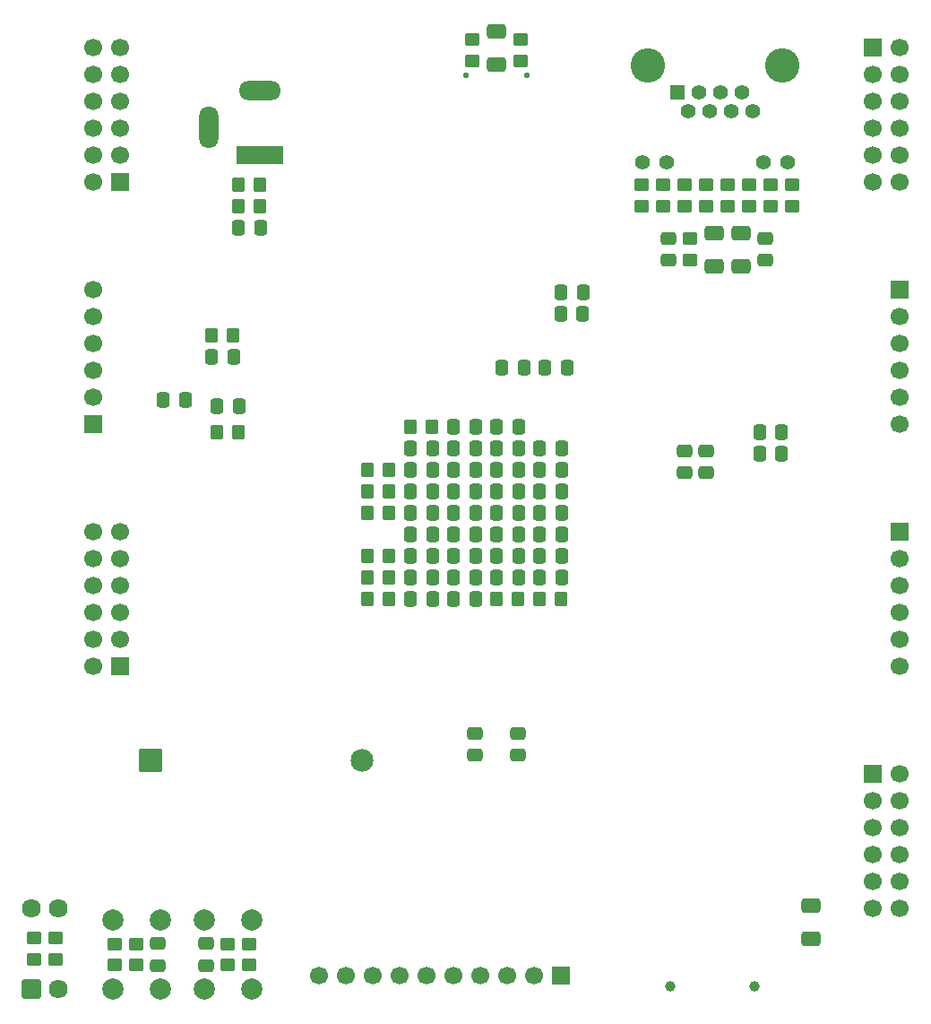
<source format=gbr>
%TF.GenerationSoftware,KiCad,Pcbnew,9.0.6-9.0.6~ubuntu24.04.1*%
%TF.CreationDate,2026-02-01T19:09:28-03:00*%
%TF.ProjectId,nuvoton_nuc980,6e75766f-746f-46e5-9f6e-75633938302e,0.0*%
%TF.SameCoordinates,Original*%
%TF.FileFunction,Soldermask,Bot*%
%TF.FilePolarity,Negative*%
%FSLAX46Y46*%
G04 Gerber Fmt 4.6, Leading zero omitted, Abs format (unit mm)*
G04 Created by KiCad (PCBNEW 9.0.6-9.0.6~ubuntu24.04.1) date 2026-02-01 19:09:28*
%MOMM*%
%LPD*%
G01*
G04 APERTURE LIST*
G04 Aperture macros list*
%AMRoundRect*
0 Rectangle with rounded corners*
0 $1 Rounding radius*
0 $2 $3 $4 $5 $6 $7 $8 $9 X,Y pos of 4 corners*
0 Add a 4 corners polygon primitive as box body*
4,1,4,$2,$3,$4,$5,$6,$7,$8,$9,$2,$3,0*
0 Add four circle primitives for the rounded corners*
1,1,$1+$1,$2,$3*
1,1,$1+$1,$4,$5*
1,1,$1+$1,$6,$7*
1,1,$1+$1,$8,$9*
0 Add four rect primitives between the rounded corners*
20,1,$1+$1,$2,$3,$4,$5,0*
20,1,$1+$1,$4,$5,$6,$7,0*
20,1,$1+$1,$6,$7,$8,$9,0*
20,1,$1+$1,$8,$9,$2,$3,0*%
G04 Aperture macros list end*
%ADD10RoundRect,0.250000X-0.475000X0.337500X-0.475000X-0.337500X0.475000X-0.337500X0.475000X0.337500X0*%
%ADD11RoundRect,0.102000X-0.790000X-0.790000X0.790000X-0.790000X0.790000X0.790000X-0.790000X0.790000X0*%
%ADD12C,1.784000*%
%ADD13R,1.700000X1.700000*%
%ADD14C,1.700000*%
%ADD15R,4.500000X1.800000*%
%ADD16O,4.000000X1.800000*%
%ADD17O,1.800000X4.000000*%
%ADD18C,2.000000*%
%ADD19C,1.000000*%
%ADD20C,0.550000*%
%ADD21C,3.251200*%
%ADD22R,1.397000X1.397000*%
%ADD23C,1.397000*%
%ADD24C,2.154000*%
%ADD25RoundRect,0.102000X0.975000X0.975000X-0.975000X0.975000X-0.975000X-0.975000X0.975000X-0.975000X0*%
%ADD26RoundRect,0.250000X0.650000X-0.412500X0.650000X0.412500X-0.650000X0.412500X-0.650000X-0.412500X0*%
%ADD27RoundRect,0.250000X0.350000X0.450000X-0.350000X0.450000X-0.350000X-0.450000X0.350000X-0.450000X0*%
%ADD28RoundRect,0.250000X-0.337500X-0.475000X0.337500X-0.475000X0.337500X0.475000X-0.337500X0.475000X0*%
%ADD29RoundRect,0.250000X0.337500X0.475000X-0.337500X0.475000X-0.337500X-0.475000X0.337500X-0.475000X0*%
%ADD30RoundRect,0.250000X0.450000X-0.350000X0.450000X0.350000X-0.450000X0.350000X-0.450000X-0.350000X0*%
%ADD31RoundRect,0.250000X-0.350000X-0.450000X0.350000X-0.450000X0.350000X0.450000X-0.350000X0.450000X0*%
%ADD32RoundRect,0.250000X-0.650000X0.412500X-0.650000X-0.412500X0.650000X-0.412500X0.650000X0.412500X0*%
%ADD33RoundRect,0.250000X-0.450000X0.350000X-0.450000X-0.350000X0.450000X-0.350000X0.450000X0.350000X0*%
%ADD34RoundRect,0.250000X0.475000X-0.337500X0.475000X0.337500X-0.475000X0.337500X-0.475000X-0.337500X0*%
G04 APERTURE END LIST*
D10*
%TO.C,C50*%
X144272000Y-92688500D03*
X144272000Y-94763500D03*
%TD*%
D11*
%TO.C,SW2*%
X80518000Y-143472500D03*
D12*
X80518000Y-135852500D03*
X83058000Y-143472500D03*
X83058000Y-135852500D03*
%TD*%
D13*
%TO.C,J8*%
X162560200Y-77470000D03*
D14*
X162560200Y-80010000D03*
X162560200Y-82550000D03*
X162560200Y-85090000D03*
X162560200Y-87630000D03*
X162560200Y-90170000D03*
%TD*%
D13*
%TO.C,J7*%
X162560000Y-100330000D03*
D14*
X162560000Y-102870000D03*
X162560000Y-105410000D03*
X162560000Y-107950000D03*
X162560000Y-110490000D03*
X162560000Y-113030000D03*
%TD*%
D13*
%TO.C,J5*%
X86360000Y-90170000D03*
D14*
X86360000Y-87630000D03*
X86360000Y-85090000D03*
X86360000Y-82550000D03*
X86360000Y-80010000D03*
X86360000Y-77470000D03*
%TD*%
D13*
%TO.C,J3*%
X88900000Y-67310000D03*
D14*
X88900000Y-64770000D03*
X88900000Y-62230000D03*
X88900000Y-59690000D03*
X88900000Y-57150000D03*
X88900000Y-54610000D03*
X86360000Y-67310000D03*
X86360000Y-64770000D03*
X86360000Y-62230000D03*
X86360000Y-59690000D03*
X86360000Y-57150000D03*
X86360000Y-54610000D03*
%TD*%
D13*
%TO.C,J13*%
X88900000Y-113030000D03*
D14*
X88900000Y-110490000D03*
X88900000Y-107950000D03*
X88900000Y-105410000D03*
X88900000Y-102870000D03*
X88900000Y-100330000D03*
X86360000Y-113030000D03*
X86360000Y-110490000D03*
X86360000Y-107950000D03*
X86360000Y-105410000D03*
X86360000Y-102870000D03*
X86360000Y-100330000D03*
%TD*%
D13*
%TO.C,J14*%
X160020000Y-123190000D03*
D14*
X160020000Y-125730000D03*
X160020000Y-128270000D03*
X160020000Y-130810000D03*
X160020000Y-133350000D03*
X160020000Y-135890000D03*
X162560000Y-123190000D03*
X162560000Y-125730000D03*
X162560000Y-128270000D03*
X162560000Y-130810000D03*
X162560000Y-133350000D03*
X162560000Y-135890000D03*
%TD*%
D13*
%TO.C,J6*%
X160020000Y-54610000D03*
D14*
X160020000Y-57150000D03*
X160020000Y-59690000D03*
X160020000Y-62230000D03*
X160020000Y-64770000D03*
X160020000Y-67310000D03*
X162560000Y-54610000D03*
X162560000Y-57150000D03*
X162560000Y-59690000D03*
X162560000Y-62230000D03*
X162560000Y-64770000D03*
X162560000Y-67310000D03*
%TD*%
D13*
%TO.C,J9*%
X130556000Y-142240000D03*
D14*
X128016000Y-142240000D03*
X125476000Y-142240000D03*
X122936000Y-142240000D03*
X120396000Y-142240000D03*
X117856000Y-142240000D03*
X115316000Y-142240000D03*
X112776000Y-142240000D03*
X110236000Y-142240000D03*
X107696000Y-142240000D03*
%TD*%
D15*
%TO.C,J1*%
X102082301Y-64773998D03*
D16*
X102082301Y-58674000D03*
D17*
X97282300Y-62174001D03*
%TD*%
D18*
%TO.C,SW1*%
X92674000Y-136979500D03*
X92674000Y-143479500D03*
X88174000Y-136979500D03*
X88174000Y-143479500D03*
%TD*%
%TO.C,SW3*%
X96810000Y-143495500D03*
X96810000Y-136995500D03*
X101310000Y-143495500D03*
X101310000Y-136995500D03*
%TD*%
D19*
%TO.C,J11*%
X140846000Y-143205200D03*
X148846000Y-143205200D03*
%TD*%
D20*
%TO.C,J2*%
X127350000Y-57215000D03*
X121570000Y-57215000D03*
%TD*%
D21*
%TO.C,J4*%
X151417100Y-56261000D03*
X138717100Y-56261000D03*
D22*
X141497099Y-58801000D03*
D23*
X142517100Y-60580999D03*
X143537100Y-58801000D03*
X144557098Y-60580999D03*
X145577099Y-58801000D03*
X146597099Y-60580999D03*
X147617100Y-58801000D03*
X148637100Y-60580999D03*
X138207100Y-65400999D03*
X140497100Y-65400999D03*
X149637099Y-65400999D03*
X151927099Y-65400999D03*
%TD*%
D24*
%TO.C,BT1*%
X111741000Y-121920000D03*
D25*
X91741000Y-121920000D03*
%TD*%
D26*
%TO.C,C68*%
X154178000Y-138722500D03*
X154178000Y-135597500D03*
%TD*%
D27*
%TO.C,R15*%
X114284000Y-104648000D03*
X112284000Y-104648000D03*
%TD*%
D28*
%TO.C,C20*%
X124438500Y-96520000D03*
X126513500Y-96520000D03*
%TD*%
D29*
%TO.C,C24*%
X122449500Y-96520000D03*
X120374500Y-96520000D03*
%TD*%
D30*
%TO.C,R11*%
X80772000Y-140662500D03*
X80772000Y-138662500D03*
%TD*%
D28*
%TO.C,C61*%
X97514500Y-83820000D03*
X99589500Y-83820000D03*
%TD*%
%TO.C,C9*%
X124438500Y-104648000D03*
X126513500Y-104648000D03*
%TD*%
D30*
%TO.C,R40*%
X126746000Y-55864000D03*
X126746000Y-53864000D03*
%TD*%
D28*
%TO.C,C25*%
X128502500Y-98552000D03*
X130577500Y-98552000D03*
%TD*%
D31*
%TO.C,R2*%
X100092000Y-67564000D03*
X102092000Y-67564000D03*
%TD*%
D28*
%TO.C,C34*%
X129010500Y-84836000D03*
X131085500Y-84836000D03*
%TD*%
D30*
%TO.C,R34*%
X144272000Y-69580000D03*
X144272000Y-67580000D03*
%TD*%
D28*
%TO.C,C29*%
X92942500Y-87884000D03*
X95017500Y-87884000D03*
%TD*%
D27*
%TO.C,R1*%
X102092000Y-69596000D03*
X100092000Y-69596000D03*
%TD*%
D29*
%TO.C,C19*%
X122449500Y-94488000D03*
X120374500Y-94488000D03*
%TD*%
%TO.C,C14*%
X118385500Y-98552000D03*
X116310500Y-98552000D03*
%TD*%
D30*
%TO.C,R23*%
X150368000Y-69580000D03*
X150368000Y-67580000D03*
%TD*%
D27*
%TO.C,R20*%
X114284000Y-106680000D03*
X112284000Y-106680000D03*
%TD*%
D29*
%TO.C,C1*%
X122449500Y-102616000D03*
X120374500Y-102616000D03*
%TD*%
D32*
%TO.C,C54*%
X147574000Y-72097500D03*
X147574000Y-75222500D03*
%TD*%
D29*
%TO.C,C16*%
X126513500Y-94488000D03*
X124438500Y-94488000D03*
%TD*%
D28*
%TO.C,C21*%
X128502500Y-100584000D03*
X130577500Y-100584000D03*
%TD*%
D10*
%TO.C,C67*%
X97028000Y-139208000D03*
X97028000Y-141283000D03*
%TD*%
D33*
%TO.C,R28*%
X148336000Y-67580000D03*
X148336000Y-69580000D03*
%TD*%
D29*
%TO.C,C15*%
X122449500Y-104648000D03*
X120374500Y-104648000D03*
%TD*%
D30*
%TO.C,R43*%
X99060000Y-141245500D03*
X99060000Y-139245500D03*
%TD*%
D33*
%TO.C,R4*%
X88392000Y-139229500D03*
X88392000Y-141229500D03*
%TD*%
%TO.C,R25*%
X138176000Y-67580000D03*
X138176000Y-69580000D03*
%TD*%
D29*
%TO.C,C26*%
X118385500Y-104648000D03*
X116310500Y-104648000D03*
%TD*%
D32*
%TO.C,C59*%
X145034000Y-72097500D03*
X145034000Y-75222500D03*
%TD*%
D28*
%TO.C,C11*%
X120374500Y-100584000D03*
X122449500Y-100584000D03*
%TD*%
D29*
%TO.C,C22*%
X126513500Y-100584000D03*
X124438500Y-100584000D03*
%TD*%
D28*
%TO.C,C65*%
X149309000Y-92964000D03*
X151384000Y-92964000D03*
%TD*%
D30*
%TO.C,R33*%
X146304000Y-69580000D03*
X146304000Y-67580000D03*
%TD*%
D26*
%TO.C,C66*%
X124460000Y-56172500D03*
X124460000Y-53047500D03*
%TD*%
D29*
%TO.C,C4*%
X130577500Y-92456000D03*
X128502500Y-92456000D03*
%TD*%
D31*
%TO.C,R36*%
X98060000Y-90932000D03*
X100060000Y-90932000D03*
%TD*%
D33*
%TO.C,R42*%
X101092000Y-139245500D03*
X101092000Y-141245500D03*
%TD*%
D28*
%TO.C,C49*%
X124438500Y-92456000D03*
X126513500Y-92456000D03*
%TD*%
%TO.C,C28*%
X98022500Y-88430000D03*
X100097500Y-88430000D03*
%TD*%
D10*
%TO.C,C31*%
X92456000Y-139192000D03*
X92456000Y-141267000D03*
%TD*%
D34*
%TO.C,C57*%
X149860000Y-74697500D03*
X149860000Y-72622500D03*
%TD*%
D10*
%TO.C,C51*%
X142240000Y-92688500D03*
X142240000Y-94763500D03*
%TD*%
D29*
%TO.C,C27*%
X118385500Y-102616000D03*
X116310500Y-102616000D03*
%TD*%
%TO.C,C33*%
X127021500Y-84836000D03*
X124946500Y-84836000D03*
%TD*%
D27*
%TO.C,R16*%
X114284000Y-102616000D03*
X112284000Y-102616000D03*
%TD*%
D29*
%TO.C,C23*%
X122449500Y-98552000D03*
X120374500Y-98552000D03*
%TD*%
D10*
%TO.C,C46*%
X126492000Y-119358500D03*
X126492000Y-121433500D03*
%TD*%
D31*
%TO.C,R10*%
X124476000Y-106680000D03*
X126476000Y-106680000D03*
%TD*%
D27*
%TO.C,R17*%
X114284000Y-98552000D03*
X112284000Y-98552000D03*
%TD*%
D29*
%TO.C,C18*%
X126513500Y-98552000D03*
X124438500Y-98552000D03*
%TD*%
D31*
%TO.C,R37*%
X97552000Y-81788000D03*
X99552000Y-81788000D03*
%TD*%
D29*
%TO.C,C41*%
X102129500Y-71628000D03*
X100054500Y-71628000D03*
%TD*%
%TO.C,C17*%
X126513500Y-102616000D03*
X124438500Y-102616000D03*
%TD*%
%TO.C,C53*%
X132588000Y-79756000D03*
X130513000Y-79756000D03*
%TD*%
D28*
%TO.C,C37*%
X120374500Y-106680000D03*
X122449500Y-106680000D03*
%TD*%
D10*
%TO.C,C44*%
X122428000Y-119358500D03*
X122428000Y-121433500D03*
%TD*%
D30*
%TO.C,R12*%
X82804000Y-140662500D03*
X82804000Y-138662500D03*
%TD*%
D33*
%TO.C,R35*%
X142748000Y-72660000D03*
X142748000Y-74660000D03*
%TD*%
D28*
%TO.C,C7*%
X128502500Y-94488000D03*
X130577500Y-94488000D03*
%TD*%
%TO.C,C8*%
X128524000Y-102616000D03*
X130599000Y-102616000D03*
%TD*%
D27*
%TO.C,R18*%
X118348000Y-90424000D03*
X116348000Y-90424000D03*
%TD*%
D29*
%TO.C,C13*%
X118385500Y-100584000D03*
X116310500Y-100584000D03*
%TD*%
%TO.C,C47*%
X118385500Y-92456000D03*
X116310500Y-92456000D03*
%TD*%
D30*
%TO.C,R3*%
X90424000Y-141229500D03*
X90424000Y-139229500D03*
%TD*%
D34*
%TO.C,C58*%
X140716000Y-74697500D03*
X140716000Y-72622500D03*
%TD*%
D28*
%TO.C,C2*%
X128502500Y-104648000D03*
X130577500Y-104648000D03*
%TD*%
D33*
%TO.C,R26*%
X140208000Y-67580000D03*
X140208000Y-69580000D03*
%TD*%
D29*
%TO.C,C38*%
X118385500Y-106680000D03*
X116310500Y-106680000D03*
%TD*%
%TO.C,C52*%
X132609500Y-77724000D03*
X130534500Y-77724000D03*
%TD*%
%TO.C,C3*%
X130577500Y-96520000D03*
X128502500Y-96520000D03*
%TD*%
D28*
%TO.C,C48*%
X120374500Y-92456000D03*
X122449500Y-92456000D03*
%TD*%
%TO.C,C62*%
X149309000Y-90932000D03*
X151384000Y-90932000D03*
%TD*%
%TO.C,C12*%
X124438500Y-90424000D03*
X126513500Y-90424000D03*
%TD*%
D29*
%TO.C,C10*%
X118385500Y-96520000D03*
X116310500Y-96520000D03*
%TD*%
D33*
%TO.C,R27*%
X142240000Y-67580000D03*
X142240000Y-69580000D03*
%TD*%
D29*
%TO.C,C5*%
X118385500Y-94488000D03*
X116310500Y-94488000D03*
%TD*%
D27*
%TO.C,R9*%
X130540000Y-106680000D03*
X128540000Y-106680000D03*
%TD*%
%TO.C,R13*%
X114284000Y-94488000D03*
X112284000Y-94488000D03*
%TD*%
D30*
%TO.C,R39*%
X122174000Y-55864000D03*
X122174000Y-53864000D03*
%TD*%
D33*
%TO.C,R24*%
X152400000Y-67580000D03*
X152400000Y-69580000D03*
%TD*%
D27*
%TO.C,R14*%
X114284000Y-96520000D03*
X112284000Y-96520000D03*
%TD*%
D29*
%TO.C,C6*%
X122449500Y-90424000D03*
X120374500Y-90424000D03*
%TD*%
M02*

</source>
